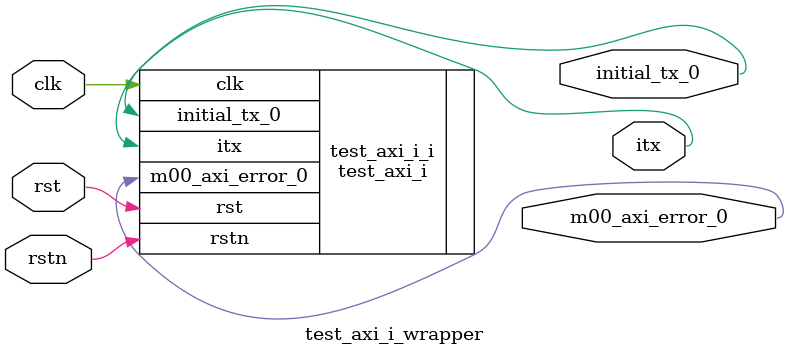
<source format=v>
`timescale 1 ps / 1 ps

module test_axi_i_wrapper
   (clk,
    initial_tx_0,
    itx,
    m00_axi_error_0,
    rst,
    rstn);
  input clk;
  output initial_tx_0;
  output itx;
  output m00_axi_error_0;
  input rst;
  input rstn;

  wire clk;
  wire initial_tx_0;
  wire itx;
  wire m00_axi_error_0;
  wire rst;
  wire rstn;

  test_axi_i test_axi_i_i
       (.clk(clk),
        .initial_tx_0(initial_tx_0),
        .itx(itx),
        .m00_axi_error_0(m00_axi_error_0),
        .rst(rst),
        .rstn(rstn));
endmodule

</source>
